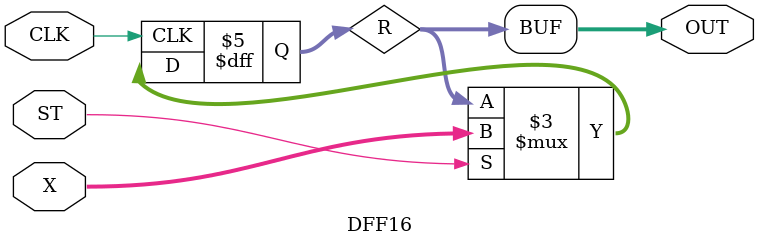
<source format=v>
module DFF16(
	output [15:0] OUT,
	input ST,
	input [15:0] X,
	input CLK
);

reg [15:0] R;
assign OUT = R;
initial R = 0;
always @(posedge CLK) begin
	if(ST) begin
		R <= X;
	end
end


endmodule

</source>
